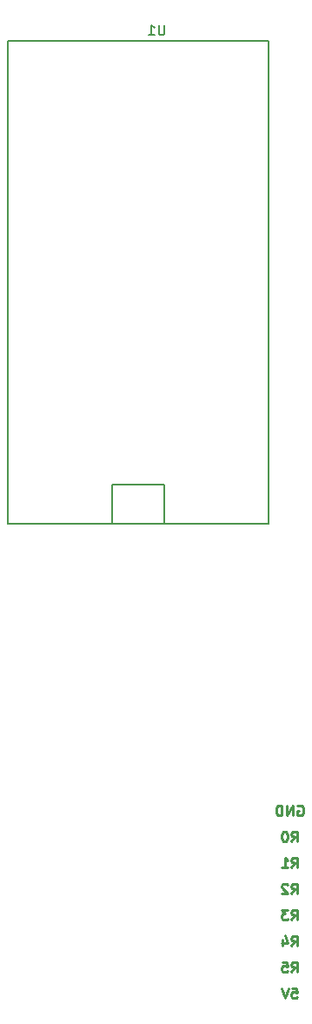
<source format=gbr>
G04 #@! TF.FileFunction,Legend,Bot*
%FSLAX46Y46*%
G04 Gerber Fmt 4.6, Leading zero omitted, Abs format (unit mm)*
G04 Created by KiCad (PCBNEW 4.0.0-1rc2.201511291916+6190~38~ubuntu14.04.1-stable) date Mon 14 Mar 2016 12:07:37 PM PDT*
%MOMM*%
G01*
G04 APERTURE LIST*
%ADD10C,0.100000*%
%ADD11C,0.250000*%
%ADD12C,0.150000*%
G04 APERTURE END LIST*
D10*
D11*
X117792476Y-196302381D02*
X118268667Y-196302381D01*
X118316286Y-196778571D01*
X118268667Y-196730952D01*
X118173429Y-196683333D01*
X117935333Y-196683333D01*
X117840095Y-196730952D01*
X117792476Y-196778571D01*
X117744857Y-196873810D01*
X117744857Y-197111905D01*
X117792476Y-197207143D01*
X117840095Y-197254762D01*
X117935333Y-197302381D01*
X118173429Y-197302381D01*
X118268667Y-197254762D01*
X118316286Y-197207143D01*
X117459143Y-196302381D02*
X117125810Y-197302381D01*
X116792476Y-196302381D01*
X117768666Y-194762381D02*
X118102000Y-194286190D01*
X118340095Y-194762381D02*
X118340095Y-193762381D01*
X117959142Y-193762381D01*
X117863904Y-193810000D01*
X117816285Y-193857619D01*
X117768666Y-193952857D01*
X117768666Y-194095714D01*
X117816285Y-194190952D01*
X117863904Y-194238571D01*
X117959142Y-194286190D01*
X118340095Y-194286190D01*
X116863904Y-193762381D02*
X117340095Y-193762381D01*
X117387714Y-194238571D01*
X117340095Y-194190952D01*
X117244857Y-194143333D01*
X117006761Y-194143333D01*
X116911523Y-194190952D01*
X116863904Y-194238571D01*
X116816285Y-194333810D01*
X116816285Y-194571905D01*
X116863904Y-194667143D01*
X116911523Y-194714762D01*
X117006761Y-194762381D01*
X117244857Y-194762381D01*
X117340095Y-194714762D01*
X117387714Y-194667143D01*
X117768666Y-192222381D02*
X118102000Y-191746190D01*
X118340095Y-192222381D02*
X118340095Y-191222381D01*
X117959142Y-191222381D01*
X117863904Y-191270000D01*
X117816285Y-191317619D01*
X117768666Y-191412857D01*
X117768666Y-191555714D01*
X117816285Y-191650952D01*
X117863904Y-191698571D01*
X117959142Y-191746190D01*
X118340095Y-191746190D01*
X116911523Y-191555714D02*
X116911523Y-192222381D01*
X117149619Y-191174762D02*
X117387714Y-191889048D01*
X116768666Y-191889048D01*
X117768666Y-189682381D02*
X118102000Y-189206190D01*
X118340095Y-189682381D02*
X118340095Y-188682381D01*
X117959142Y-188682381D01*
X117863904Y-188730000D01*
X117816285Y-188777619D01*
X117768666Y-188872857D01*
X117768666Y-189015714D01*
X117816285Y-189110952D01*
X117863904Y-189158571D01*
X117959142Y-189206190D01*
X118340095Y-189206190D01*
X117435333Y-188682381D02*
X116816285Y-188682381D01*
X117149619Y-189063333D01*
X117006761Y-189063333D01*
X116911523Y-189110952D01*
X116863904Y-189158571D01*
X116816285Y-189253810D01*
X116816285Y-189491905D01*
X116863904Y-189587143D01*
X116911523Y-189634762D01*
X117006761Y-189682381D01*
X117292476Y-189682381D01*
X117387714Y-189634762D01*
X117435333Y-189587143D01*
X117768666Y-187142381D02*
X118102000Y-186666190D01*
X118340095Y-187142381D02*
X118340095Y-186142381D01*
X117959142Y-186142381D01*
X117863904Y-186190000D01*
X117816285Y-186237619D01*
X117768666Y-186332857D01*
X117768666Y-186475714D01*
X117816285Y-186570952D01*
X117863904Y-186618571D01*
X117959142Y-186666190D01*
X118340095Y-186666190D01*
X117387714Y-186237619D02*
X117340095Y-186190000D01*
X117244857Y-186142381D01*
X117006761Y-186142381D01*
X116911523Y-186190000D01*
X116863904Y-186237619D01*
X116816285Y-186332857D01*
X116816285Y-186428095D01*
X116863904Y-186570952D01*
X117435333Y-187142381D01*
X116816285Y-187142381D01*
X117768666Y-184602381D02*
X118102000Y-184126190D01*
X118340095Y-184602381D02*
X118340095Y-183602381D01*
X117959142Y-183602381D01*
X117863904Y-183650000D01*
X117816285Y-183697619D01*
X117768666Y-183792857D01*
X117768666Y-183935714D01*
X117816285Y-184030952D01*
X117863904Y-184078571D01*
X117959142Y-184126190D01*
X118340095Y-184126190D01*
X116816285Y-184602381D02*
X117387714Y-184602381D01*
X117102000Y-184602381D02*
X117102000Y-183602381D01*
X117197238Y-183745238D01*
X117292476Y-183840476D01*
X117387714Y-183888095D01*
X117768666Y-182062381D02*
X118102000Y-181586190D01*
X118340095Y-182062381D02*
X118340095Y-181062381D01*
X117959142Y-181062381D01*
X117863904Y-181110000D01*
X117816285Y-181157619D01*
X117768666Y-181252857D01*
X117768666Y-181395714D01*
X117816285Y-181490952D01*
X117863904Y-181538571D01*
X117959142Y-181586190D01*
X118340095Y-181586190D01*
X117149619Y-181062381D02*
X117054380Y-181062381D01*
X116959142Y-181110000D01*
X116911523Y-181157619D01*
X116863904Y-181252857D01*
X116816285Y-181443333D01*
X116816285Y-181681429D01*
X116863904Y-181871905D01*
X116911523Y-181967143D01*
X116959142Y-182014762D01*
X117054380Y-182062381D01*
X117149619Y-182062381D01*
X117244857Y-182014762D01*
X117292476Y-181967143D01*
X117340095Y-181871905D01*
X117387714Y-181681429D01*
X117387714Y-181443333D01*
X117340095Y-181252857D01*
X117292476Y-181157619D01*
X117244857Y-181110000D01*
X117149619Y-181062381D01*
X118363904Y-178570000D02*
X118459142Y-178522381D01*
X118601999Y-178522381D01*
X118744857Y-178570000D01*
X118840095Y-178665238D01*
X118887714Y-178760476D01*
X118935333Y-178950952D01*
X118935333Y-179093810D01*
X118887714Y-179284286D01*
X118840095Y-179379524D01*
X118744857Y-179474762D01*
X118601999Y-179522381D01*
X118506761Y-179522381D01*
X118363904Y-179474762D01*
X118316285Y-179427143D01*
X118316285Y-179093810D01*
X118506761Y-179093810D01*
X117887714Y-179522381D02*
X117887714Y-178522381D01*
X117316285Y-179522381D01*
X117316285Y-178522381D01*
X116840095Y-179522381D02*
X116840095Y-178522381D01*
X116602000Y-178522381D01*
X116459142Y-178570000D01*
X116363904Y-178665238D01*
X116316285Y-178760476D01*
X116268666Y-178950952D01*
X116268666Y-179093810D01*
X116316285Y-179284286D01*
X116363904Y-179379524D01*
X116459142Y-179474762D01*
X116602000Y-179522381D01*
X116840095Y-179522381D01*
D12*
X100330000Y-151130000D02*
X100330000Y-147320000D01*
X100330000Y-147320000D02*
X105410000Y-147320000D01*
X105410000Y-147320000D02*
X105410000Y-151130000D01*
X90170000Y-104140000D02*
X90170000Y-151130000D01*
X90170000Y-151130000D02*
X115570000Y-151130000D01*
X115570000Y-151130000D02*
X115570000Y-104140000D01*
X115570000Y-104140000D02*
X90170000Y-104140000D01*
X105409905Y-102576381D02*
X105409905Y-103385905D01*
X105362286Y-103481143D01*
X105314667Y-103528762D01*
X105219429Y-103576381D01*
X105028952Y-103576381D01*
X104933714Y-103528762D01*
X104886095Y-103481143D01*
X104838476Y-103385905D01*
X104838476Y-102576381D01*
X103838476Y-103576381D02*
X104409905Y-103576381D01*
X104124191Y-103576381D02*
X104124191Y-102576381D01*
X104219429Y-102719238D01*
X104314667Y-102814476D01*
X104409905Y-102862095D01*
M02*

</source>
